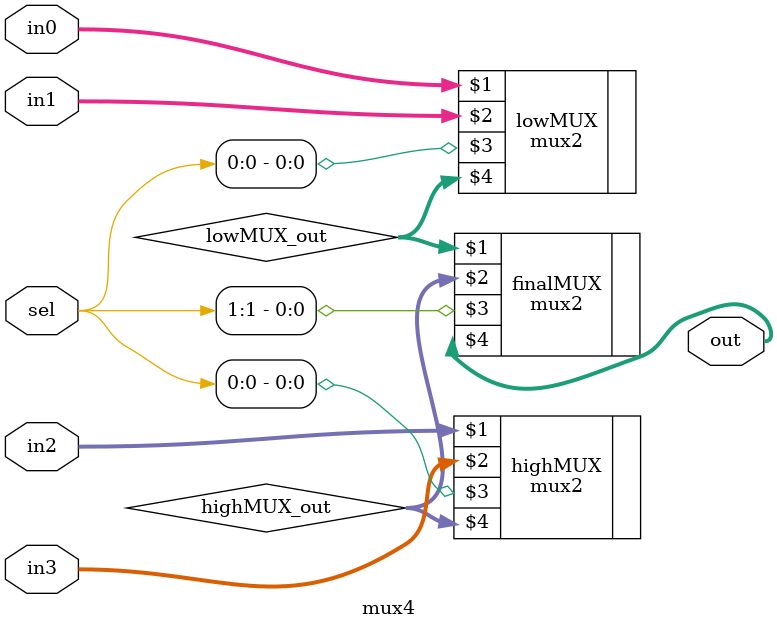
<source format=v>
/*	Author: Tobias Minn
	mux4 design using 3 mux2
*/

module mux4 #(parameter WIDTH = 32) (
	input	[WIDTH-1:0] 	in0, in1, in2, in3,
	input	[1:0]			sel,
	output	[WIDTH-1:0]		out);

	wire [WIDTH-1:0] lowMUX_out, highMUX_out;
	
	mux2 #(WIDTH) lowMUX(in0, in1, sel[0], lowMUX_out);
	mux2 #(WIDTH) highMUX(in2, in3, sel[0], highMUX_out);
	mux2 #(WIDTH) finalMUX(lowMUX_out, highMUX_out, sel[1], out);

endmodule
</source>
